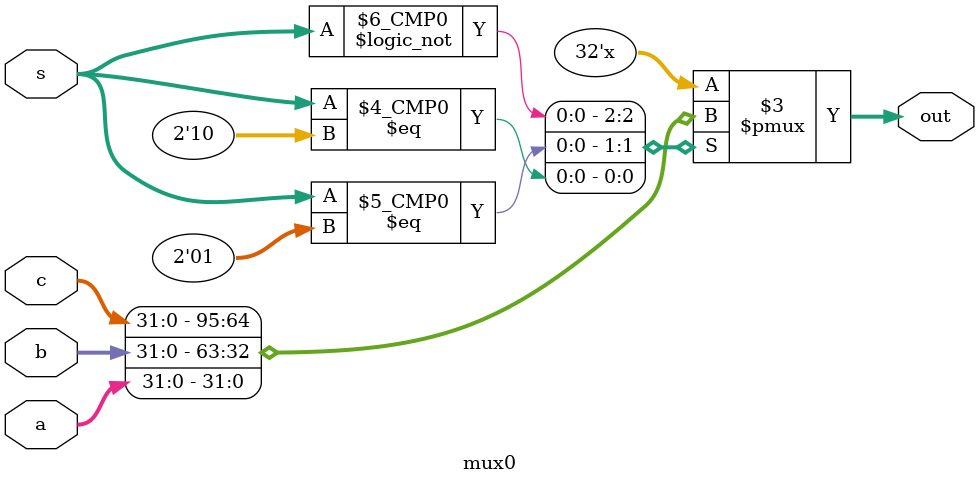
<source format=v>
module  mux #(parameter width=32) (out,a,b,s);
output [width-1: 0] out;
input s;
input [width-1:0] a,b;

assign out = s ? a : b;

endmodule

module  mux0 #(parameter width=32) (out,a,b,c,s);
output reg [width-1: 0] out;
input [1:0] s;//三路选择器，所以s变成了两位
input [width-1:0] c, b, a;

    always @(*) 
	begin
        case (s)
            0: out = c;
            1: out = b;
            2: out = a;
        endcase
    end

endmodule

</source>
